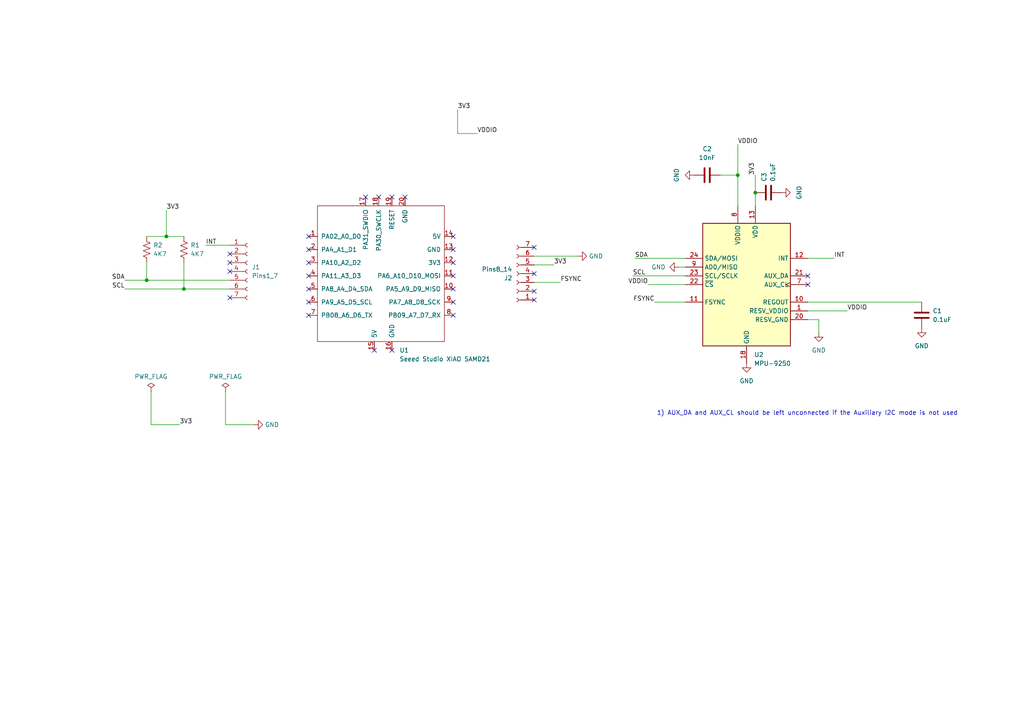
<source format=kicad_sch>
(kicad_sch (version 20230121) (generator eeschema)
  (paper "A4")
  (lib_symbols
    (symbol "Connector:Conn_01x07_Socket" (pin_names (offset 1.016) hide)
      (property "Reference" "J" (at 0 10.16 0))
      (property "Value" "Conn_01x07_Socket" (at 0 -10.16 0))
      (symbol "Conn_01x07_Socket_1_1"
        (arc (start 0 -7.112) (mid -0.5058 -7.62) (end 0 -8.128) (stroke (width 0.1524)))
        (arc (start 0 -4.572) (mid -0.5058 -5.08) (end 0 -5.588) (stroke (width 0.1524)))
        (arc (start 0 -2.032) (mid -0.5058 -2.54) (end 0 -3.048) (stroke (width 0.1524)))
        (polyline (pts (xy -1.27 -7.62) (xy -0.508 -7.62)) (stroke (width 0.1524)))
        (polyline (pts (xy -1.27 -5.08) (xy -0.508 -5.08)) (stroke (width 0.1524)))
        (polyline (pts (xy -1.27 -2.54) (xy -0.508 -2.54)) (stroke (width 0.1524)))
        (polyline (pts (xy -1.27 0) (xy -0.508 0)) (stroke (width 0.1524)))
        (polyline (pts (xy -1.27 2.54) (xy -0.508 2.54)) (stroke (width 0.1524)))
        (polyline (pts (xy -1.27 5.08) (xy -0.508 5.08)) (stroke (width 0.1524)))
        (polyline (pts (xy -1.27 7.62) (xy -0.508 7.62)) (stroke (width 0.1524)))
        (arc (start 0 0.508) (mid -0.5058 0) (end 0 -0.508) (stroke (width 0.1524)))
        (arc (start 0 3.048) (mid -0.5058 2.54) (end 0 2.032) (stroke (width 0.1524)))
        (arc (start 0 5.588) (mid -0.5058 5.08) (end 0 4.572) (stroke (width 0.1524)))
        (arc (start 0 8.128) (mid -0.5058 7.62) (end 0 7.112) (stroke (width 0.1524)))
        (pin passive line (at -5.08 7.62 0) (length 3.81) (name "Pin_1") (number "1"))
        (pin passive line (at -5.08 5.08 0) (length 3.81) (name "Pin_2") (number "2"))
        (pin passive line (at -5.08 2.54 0) (length 3.81) (name "Pin_3") (number "3"))
        (pin passive line (at -5.08 0 0) (length 3.81) (name "Pin_4") (number "4"))
        (pin passive line (at -5.08 -2.54 0) (length 3.81) (name "Pin_5") (number "5"))
        (pin passive line (at -5.08 -5.08 0) (length 3.81) (name "Pin_6") (number "6"))
        (pin passive line (at -5.08 -7.62 0) (length 3.81) (name "Pin_7") (number "7"))
      )
    )
    (symbol "Device:C" (pin_numbers hide) (pin_names (offset 0.254))
      (property "Reference" "C" (at 0.635 2.54 0))
      (property "Value" "C" (at 0.635 -2.54 0))
      (symbol "C_0_1"
        (polyline (pts (xy -2.032 -0.762) (xy 2.032 -0.762)) (stroke (width 0.508)))
        (polyline (pts (xy -2.032 0.762) (xy 2.032 0.762)) (stroke (width 0.508)))
      )
      (symbol "C_1_1"
        (pin passive line (at 0 3.81 270) (length 2.794) (name "~") (number "1"))
        (pin passive line (at 0 -3.81 90) (length 2.794) (name "~") (number "2"))
      )
    )
    (symbol "Device:R_US" (pin_numbers hide) (pin_names (offset 0))
      (property "Reference" "R" (at 2.54 0 90))
      (property "Value" "R_US" (at -2.54 0 90))
      (symbol "R_US_0_1"
        (polyline (pts (xy 0 -2.286) (xy 0 -2.54)))
        (polyline (pts (xy 0 2.286) (xy 0 2.54)))
        (polyline (pts (xy 0 -0.762) (xy 1.016 -1.143) (xy 0 -1.524) (xy -1.016 -1.905) (xy 0 -2.286)))
        (polyline (pts (xy 0 0.762) (xy 1.016 0.381) (xy 0 0) (xy -1.016 -0.381) (xy 0 -0.762)))
        (polyline (pts (xy 0 2.286) (xy 1.016 1.905) (xy 0 1.524) (xy -1.016 1.143) (xy 0 0.762)))
      )
      (symbol "R_US_1_1"
        (pin passive line (at 0 3.81 270) (length 1.27) (name "~") (number "1"))
        (pin passive line (at 0 -3.81 90) (length 1.27) (name "~") (number "2"))
      )
    )
    (symbol "Seeed_Studio_XIAO_Series:Seeed Studio XIAO SAMD21" (pin_names (offset 1.016))
      (property "Reference" "U" (at -19.05 22.86 0))
      (property "Value" "Seeed Studio XIAO SAMD21" (at -25.4 29.21 0))
      (symbol "Seeed Studio XIAO SAMD21_0_1"
        (rectangle (start -19.05 20.32) (end 17.78 -19.05))
      )
      (symbol "Seeed Studio XIAO SAMD21_1_1"
        (pin unspecified line (at -21.59 11.43 0) (length 2.54) (name "PA02_A0_D0") (number "1"))
        (pin unspecified line (at 20.32 -3.81 180) (length 2.54) (name "PA5_A9_D9_MISO") (number "10"))
        (pin unspecified line (at 20.32 0 180) (length 2.54) (name "PA6_A10_D10_MOSI") (number "11"))
        (pin unspecified line (at 20.32 3.81 180) (length 2.54) (name "3V3") (number "12"))
        (pin unspecified line (at 20.32 7.62 180) (length 2.54) (name "GND") (number "13"))
        (pin unspecified line (at 20.32 11.43 180) (length 2.54) (name "5V") (number "14"))
        (pin input line (at -2.54 -21.59 90) (length 2.54) (name "5V") (number "15"))
        (pin input line (at 2.54 -21.59 90) (length 2.54) (name "GND") (number "16"))
        (pin input line (at -5.08 22.86 270) (length 2.54) (name "PA31_SWDIO") (number "17"))
        (pin input line (at -1.27 22.86 270) (length 2.54) (name "PA30_SWCLK") (number "18"))
        (pin input line (at 2.54 22.86 270) (length 2.54) (name "RESET") (number "19"))
        (pin unspecified line (at -21.59 7.62 0) (length 2.54) (name "PA4_A1_D1") (number "2"))
        (pin input line (at 6.35 22.86 270) (length 2.54) (name "GND") (number "20"))
        (pin unspecified line (at -21.59 3.81 0) (length 2.54) (name "PA10_A2_D2") (number "3"))
        (pin unspecified line (at -21.59 0 0) (length 2.54) (name "PA11_A3_D3") (number "4"))
        (pin unspecified line (at -21.59 -3.81 0) (length 2.54) (name "PA8_A4_D4_SDA") (number "5"))
        (pin unspecified line (at -21.59 -7.62 0) (length 2.54) (name "PA9_A5_D5_SCL") (number "6"))
        (pin unspecified line (at -21.59 -11.43 0) (length 2.54) (name "PB08_A6_D6_TX") (number "7"))
        (pin unspecified line (at 20.32 -11.43 180) (length 2.54) (name "PB09_A7_D7_RX") (number "8"))
        (pin unspecified line (at 20.32 -7.62 180) (length 2.54) (name "PA7_A8_D8_SCK") (number "9"))
      )
    )
    (symbol "Sensor_Motion:MPU-9250"
      (property "Reference" "U" (at -11.43 19.05 0))
      (property "Value" "MPU-9250" (at 7.62 -19.05 0))
      (symbol "MPU-9250_0_1"
        (rectangle (start -12.7 17.78) (end 12.7 -17.78) (stroke (width 0.254)) (fill (type background)))
      )
      (symbol "MPU-9250_1_1"
        (pin input line (at 17.78 -7.62 180) (length 5.08) (name "RESV_VDDIO") (number "1"))
        (pin passive line (at 17.78 -5.08 180) (length 5.08) (name "REGOUT") (number "10"))
        (pin input line (at -17.78 -5.08 0) (length 5.08) (name "FSYNC") (number "11"))
        (pin output line (at 17.78 7.62 180) (length 5.08) (name "INT") (number "12"))
        (pin power_in line (at 2.54 22.86 270) (length 5.08) (name "VDD") (number "13"))
        (pin power_in line (at 0 -22.86 90) (length 5.08) (name "GND") (number "18"))
        (pin power_in line (at 17.78 -10.16 180) (length 5.08) (name "RESV_GND") (number "20"))
        (pin bidirectional line (at 17.78 2.54 180) (length 5.08) (name "AUX_DA") (number "21"))
        (pin input line (at -17.78 0 0) (length 5.08) (name "~{CS}") (number "22"))
        (pin input line (at -17.78 2.54 0) (length 5.08) (name "SCL/SCLK") (number "23"))
        (pin bidirectional line (at -17.78 7.62 0) (length 5.08) (name "SDA/MOSI") (number "24"))
        (pin output clock (at 17.78 0 180) (length 5.08) (name "AUX_CL") (number "7"))
        (pin power_in line (at -2.54 22.86 270) (length 5.08) (name "VDDIO") (number "8"))
        (pin bidirectional line (at -17.78 5.08 0) (length 5.08) (name "AD0/MISO") (number "9"))
      )
    )
    (symbol "power:GND" (power) (pin_names (offset 0))
      (property "Value" "GND" (at 0 -3.81 0))
      (symbol "GND_0_1"
        (polyline (pts (xy 0 0) (xy 0 -1.27) (xy 1.27 -1.27) (xy 0 -2.54) (xy -1.27 -1.27) (xy 0 -1.27)))
      )
      (symbol "GND_1_1"
        (pin power_in line (at 0 0 270) (length 0) hide (name "GND") (number "1"))
      )
    )
    (symbol "power:PWR_FLAG" (power) (pin_numbers hide) (pin_names (offset 0) hide)
      (property "Value" "PWR_FLAG" (at 0 3.81 0))
      (symbol "PWR_FLAG_0_0"
        (pin power_out line (at 0 0 90) (length 0) (name "pwr") (number "1"))
      )
      (symbol "PWR_FLAG_0_1"
        (polyline (pts (xy 0 0) (xy 0 1.27) (xy -1.016 1.905) (xy 0 2.54) (xy 1.016 1.905) (xy 0 1.27)))
      )
    )
  )
  (junction (at 213.995 50.8))
  (junction (at 53.34 83.82))
  (junction (at 219.075 55.88))
  (junction (at 48.26 68.58))
  (junction (at 42.545 81.28))
  (no_connect (at 131.445 72.39))
  (no_connect (at 154.94 84.455))
  (no_connect (at 234.315 80.01))
  (no_connect (at 106.045 57.15))
  (no_connect (at 89.535 72.39))
  (no_connect (at 131.445 80.01))
  (no_connect (at 154.94 71.755))
  (no_connect (at 131.445 87.63))
  (no_connect (at 154.94 86.995))
  (no_connect (at 66.675 73.66))
  (no_connect (at 89.535 91.44))
  (no_connect (at 234.315 82.55))
  (no_connect (at 131.445 68.58))
  (no_connect (at 113.665 101.6))
  (no_connect (at 109.855 57.15))
  (no_connect (at 89.535 87.63))
  (no_connect (at 89.535 76.2))
  (no_connect (at 89.535 83.82))
  (no_connect (at 113.665 57.15))
  (no_connect (at 131.445 91.44))
  (no_connect (at 66.675 76.2))
  (no_connect (at 66.675 86.36))
  (no_connect (at 66.675 78.74))
  (no_connect (at 131.445 83.82))
  (no_connect (at 89.535 68.58))
  (no_connect (at 154.94 79.375))
  (no_connect (at 131.445 76.2))
  (no_connect (at 108.585 101.6))
  (no_connect (at 89.535 80.01))
  (no_connect (at 117.475 57.15))
  (wire (pts (xy 213.995 41.91) (xy 213.995 50.8)))
  (wire (pts (xy 154.94 74.295) (xy 167.64 74.295)))
  (wire (pts (xy 65.405 123.19) (xy 73.66 123.19)))
  (wire (pts (xy 234.315 92.71) (xy 237.49 92.71)))
  (wire (pts (xy 154.94 81.915) (xy 162.56 81.915)))
  (wire (pts (xy 196.85 77.47) (xy 198.755 77.47)))
  (wire (pts (xy 132.715 31.75) (xy 132.715 38.735)))
  (wire (pts (xy 65.405 113.665) (xy 65.405 123.19)))
  (wire (pts (xy 66.675 83.82) (xy 53.34 83.82)))
  (wire (pts (xy 43.815 113.665) (xy 43.815 123.19)))
  (wire (pts (xy 189.865 87.63) (xy 198.755 87.63)))
  (wire (pts (xy 48.26 68.58) (xy 53.34 68.58)))
  (wire (pts (xy 219.075 55.88) (xy 219.075 50.8)))
  (wire (pts (xy 187.96 82.55) (xy 198.755 82.55)))
  (wire (pts (xy 234.315 90.17) (xy 245.745 90.17)))
  (wire (pts (xy 48.26 60.96) (xy 48.26 68.58)))
  (wire (pts (xy 237.49 92.71) (xy 237.49 96.52)))
  (wire (pts (xy 42.545 68.58) (xy 48.26 68.58)))
  (wire (pts (xy 213.995 50.8) (xy 208.915 50.8)))
  (wire (pts (xy 234.315 74.93) (xy 241.935 74.93)))
  (wire (pts (xy 53.34 83.82) (xy 36.195 83.82)))
  (wire (pts (xy 183.515 80.01) (xy 198.755 80.01)))
  (wire (pts (xy 43.815 123.19) (xy 52.07 123.19)))
  (wire (pts (xy 234.315 87.63) (xy 267.335 87.63)))
  (wire (pts (xy 42.545 76.2) (xy 42.545 81.28)))
  (wire (pts (xy 213.995 59.69) (xy 213.995 50.8)))
  (wire (pts (xy 184.15 74.93) (xy 198.755 74.93)))
  (wire (pts (xy 42.545 81.28) (xy 66.675 81.28)))
  (wire (pts (xy 132.715 38.735) (xy 138.43 38.735)))
  (wire (pts (xy 219.075 59.69) (xy 219.075 55.88)))
  (wire (pts (xy 154.94 76.835) (xy 160.655 76.835)))
  (wire (pts (xy 36.195 81.28) (xy 42.545 81.28)))
  (wire (pts (xy 53.34 76.2) (xy 53.34 83.82)))
  (wire (pts (xy 59.69 71.12) (xy 66.675 71.12)))
  (text "1) AUX_DA and AUX_CL should be left unconnected if the Auxiliary I2C mode is not used" (at 190.5 120.65 0) (effects (font (size 1.27 1.27)) (justify left bottom)))
  (label "SCL" (at 183.515 80.01 0))
  (label "FSYNC" (at 189.865 87.63 180))
  (label "INT" (at 59.69 71.12 0))
  (label "SDA" (at 184.15 74.93 0))
  (label "VDDIO" (at 245.745 90.17 0))
  (label "3V3" (at 219.075 50.8 90))
  (label "FSYNC" (at 162.56 81.915 0))
  (label "3V3" (at 52.07 123.19 0))
  (label "INT" (at 241.935 74.93 0))
  (label "3V3" (at 132.715 31.75 0))
  (label "SCL" (at 36.195 83.82 180))
  (label "VDDIO" (at 213.995 41.91 0))
  (label "3V3" (at 160.655 76.835 0))
  (label "VDDIO" (at 187.96 82.55 180))
  (label "3V3" (at 48.26 60.96 0))
  (label "SDA" (at 36.195 81.28 180))
  (label "VDDIO" (at 138.43 38.735 0))
  (symbol (lib_id "Device:C") (at 222.885 55.88 90) (unit 1)
    (property "Reference" "C3" (at 221.615 52.705 0) (effects (justify left)))
    (property "Value" "0.1uF" (at 224.155 52.705 0) (effects (justify left)))
    (property "Footprint" "Capacitor_SMD:C_0603_1608Metric_Pad1.08x0.95mm_HandSolder" (effects hide))
  )
  (symbol (lib_id "power:GND") (at 73.66 123.19 90) (unit 1)
    (property "Reference" "#PWR04" (effects hide))
    (property "Value" "GND" (at 76.835 123.19 90) (effects (justify right)))
  )
  (symbol (lib_id "power:GND") (at 201.295 50.8 270) (unit 1)
    (property "Reference" "#PWR06" (effects hide))
    (property "Value" "GND" (at 196.215 50.8 0))
  )
  (symbol (lib_id "Seeed_Studio_XIAO_Series:Seeed Studio XIAO SAMD21") (at 111.125 80.01 0) (unit 1) (in_bom no) (on_board no)
    (property "Reference" "U1" (at 115.8591 101.6 0) (effects (justify left)))
    (property "Value" "Seeed Studio XIAO SAMD21" (at 115.8591 104.14 0) (effects (justify left)))
    (property "Footprint" "El3ktronics global footprint library:Seeeduino XIAO-MOUDLE14P-2.54-21X17.8MM" (effects hide))
  )
  (symbol (lib_id "power:PWR_FLAG") (at 43.815 113.665 0) (unit 1)
    (property "Reference" "#FLG01" (effects hide))
    (property "Value" "PWR_FLAG" (at 43.815 109.22 0))
  )
  (symbol (lib_id "power:GND") (at 196.85 77.47 270) (unit 1)
    (property "Reference" "#PWR07" (effects hide))
    (property "Value" "GND" (at 193.04 77.47 90) (effects (justify right)))
  )
  (symbol (lib_id "power:GND") (at 216.535 105.41 0) (unit 1)
    (property "Reference" "#PWR02" (effects hide))
    (property "Value" "GND" (at 216.535 110.49 0))
  )
  (symbol (lib_id "Device:C") (at 267.335 91.44 0) (unit 1)
    (property "Reference" "C1" (at 270.51 90.17 0) (effects (justify left)))
    (property "Value" "0.1uF" (at 270.51 92.71 0) (effects (justify left)))
    (property "Footprint" "Capacitor_SMD:C_0603_1608Metric_Pad1.08x0.95mm_HandSolder" (effects hide))
  )
  (symbol (lib_id "power:GND") (at 237.49 96.52 0) (unit 1)
    (property "Reference" "#PWR05" (effects hide))
    (property "Value" "GND" (at 237.49 101.6 0))
  )
  (symbol (lib_id "power:GND") (at 226.695 55.88 90) (unit 1)
    (property "Reference" "#PWR08" (effects hide))
    (property "Value" "GND" (at 231.775 55.88 0))
  )
  (symbol (lib_id "power:GND") (at 167.64 74.295 90) (unit 1)
    (property "Reference" "#PWR03" (effects hide))
    (property "Value" "GND" (at 170.815 74.295 90) (effects (justify right)))
  )
  (symbol (lib_id "Device:R_US") (at 42.545 72.39 0) (unit 1)
    (property "Reference" "R2" (at 44.45 71.12 0) (effects (justify left)))
    (property "Value" "4K7" (at 44.45 73.66 0) (effects (justify left)))
    (property "Footprint" "Resistor_SMD:R_0603_1608Metric_Pad0.98x0.95mm_HandSolder" (effects hide))
  )
  (symbol (lib_id "power:GND") (at 267.335 95.25 0) (unit 1)
    (property "Reference" "#PWR01" (effects hide))
    (property "Value" "GND" (at 267.335 100.33 0))
  )
  (symbol (lib_id "Device:C") (at 205.105 50.8 270) (unit 1)
    (property "Reference" "C2" (at 205.105 43.18 90))
    (property "Value" "10nF" (at 205.105 45.72 90))
    (property "Footprint" "Capacitor_SMD:C_0603_1608Metric_Pad1.08x0.95mm_HandSolder" (effects hide))
  )
  (symbol (lib_id "Connector:Conn_01x07_Socket") (at 71.755 78.74 0) (unit 1)
    (property "Reference" "J1" (at 73.025 77.47 0) (effects (justify left)))
    (property "Value" "Pins1_7" (at 73.025 80.01 0) (effects (justify left)))
    (property "Footprint" "Connector_PinSocket_2.54mm:PinSocket_1x07_P2.54mm_Vertical" (effects hide))
  )
  (symbol (lib_id "power:PWR_FLAG") (at 65.405 113.665 0) (unit 1)
    (property "Reference" "#FLG02" (effects hide))
    (property "Value" "PWR_FLAG" (at 65.405 109.22 0))
  )
  (symbol (lib_id "Device:R_US") (at 53.34 72.39 0) (unit 1)
    (property "Reference" "R1" (at 55.245 71.12 0) (effects (justify left)))
    (property "Value" "4K7" (at 55.245 73.66 0) (effects (justify left)))
    (property "Footprint" "Resistor_SMD:R_0603_1608Metric_Pad0.98x0.95mm_HandSolder" (effects hide))
  )
  (symbol (lib_id "Connector:Conn_01x07_Socket") (at 149.86 79.375 180) (unit 1)
    (property "Reference" "J2" (at 148.59 80.645 0) (effects (justify left)))
    (property "Value" "Pins8_14" (at 148.59 78.105 0) (effects (justify left)))
    (property "Footprint" "Connector_PinSocket_2.54mm:PinSocket_1x07_P2.54mm_Vertical" (effects hide))
  )
  (symbol (lib_id "Sensor_Motion:MPU-9250") (at 216.535 82.55 0) (unit 1)
    (property "Reference" "U2" (at 218.7291 102.87 0) (effects (justify left)))
    (property "Value" "MPU-9250" (at 218.7291 105.41 0) (effects (justify left)))
    (property "Footprint" "Sensor_Motion:InvenSense_QFN-24_3x3mm_P0.4mm" (effects hide))
    (property "Datasheet" "https://invensense.tdk.com/wp-content/uploads/2015/02/PS-MPU-9250A-01-v1.1.pdf" (effects hide))
  )
)
</source>
